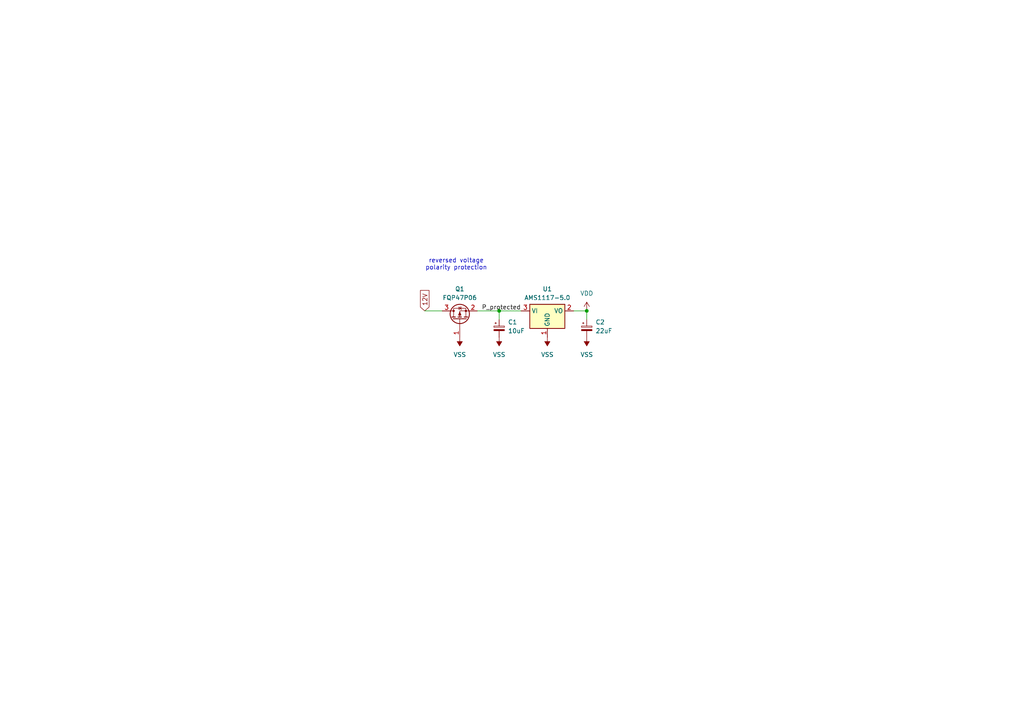
<source format=kicad_sch>
(kicad_sch (version 20250114) (generator "eeschema") (generator_version "9.0")
  (paper "A4")
  (lib_symbols
    (symbol "Device:C_Polarized_Small" (pin_numbers (hide yes)) (pin_names (offset 0.254) (hide yes))
      (property "Reference" "C" (at 0.254 1.778 0))
      (property "Value" "C_Polarized_Small" (at 0.254 -2.032 0))
      (symbol "C_Polarized_Small_0_1"
        (rectangle (start -1.524 0.6858) (end 1.524 0.3048))
        (rectangle (start -1.524 -0.3048) (end 1.524 -0.6858) (fill (type outline)))
        (polyline (pts (xy -1.27 1.524) (xy -0.762 1.524)))
        (polyline (pts (xy -1.016 1.27) (xy -1.016 1.778)))
      )
      (symbol "C_Polarized_Small_1_1"
        (pin passive line (at 0 2.54 270) (length 1.8542) (name "~") (number "1"))
        (pin passive line (at 0 -2.54 90) (length 1.8542) (name "~") (number "2"))
      )
    )
    (symbol "Regulator_Linear:AMS1117-5.0"
      (property "Reference" "U" (at -3.81 3.175 0))
      (property "Value" "AMS1117-5.0" (at 0 3.175 0))
      (symbol "AMS1117-5.0_0_1"
        (rectangle (start -5.08 -5.08) (end 5.08 1.905) (stroke (width 0.254)) (fill (type background)))
      )
      (symbol "AMS1117-5.0_1_1"
        (pin power_in line (at -7.62 0 0) (length 2.54) (name "VI") (number "3"))
        (pin power_in line (at 0 -7.62 90) (length 2.54) (name "GND") (number "1"))
        (pin power_out line (at 7.62 0 180) (length 2.54) (name "VO") (number "2"))
      )
    )
    (symbol "power:VDD" (power) (pin_numbers (hide yes)) (pin_names (offset 0) (hide yes))
      (property "Value" "VDD" (at 0 3.556 0))
      (symbol "VDD_0_1"
        (polyline (pts (xy -0.762 1.27) (xy 0 2.54)))
        (polyline (pts (xy 0 2.54) (xy 0.762 1.27)))
        (polyline (pts (xy 0 0) (xy 0 2.54)))
      )
      (symbol "VDD_1_1"
        (pin power_in line (at 0 0 90) (length 0) (name "~") (number "1"))
      )
    )
    (symbol "power:VSS" (power) (pin_numbers (hide yes)) (pin_names (offset 0) (hide yes))
      (property "Value" "VSS" (at 0 3.556 0))
      (symbol "VSS_0_1"
        (polyline (pts (xy 0 0) (xy 0 2.54)))
        (polyline (pts (xy 0.762 1.27) (xy -0.762 1.27) (xy 0 2.54) (xy 0.762 1.27)) (fill (type outline)))
      )
      (symbol "VSS_1_1"
        (pin power_in line (at 0 0 90) (length 0) (name "~") (number "1"))
      )
    )
    (symbol "user_mosfed_p:FQP47P06" (pin_names (hide yes))
      (property "Reference" "Q" (at 5.08 1.905 0))
      (property "Value" "FQP47P06" (at 5.08 0 0))
      (symbol "FQP47P06_0_1"
        (polyline (pts (xy 0.254 1.905) (xy 0.254 -1.905)) (stroke (width 0.254)))
        (polyline (pts (xy 0.254 0) (xy -2.54 0)))
        (polyline (pts (xy 0.762 2.286) (xy 0.762 1.27)) (stroke (width 0.254)))
        (polyline (pts (xy 0.762 1.778) (xy 3.302 1.778) (xy 3.302 -1.778) (xy 0.762 -1.778)))
        (polyline (pts (xy 0.762 0.508) (xy 0.762 -0.508)) (stroke (width 0.254)))
        (polyline (pts (xy 0.762 -1.27) (xy 0.762 -2.286)) (stroke (width 0.254)))
        (circle (center 1.651 0) (radius 2.794) (stroke (width 0.254)))
        (polyline (pts (xy 2.286 0) (xy 1.27 0.381) (xy 1.27 -0.381) (xy 2.286 0)) (fill (type outline)))
        (polyline (pts (xy 2.54 2.54) (xy 2.54 1.778)))
        (circle (center 2.54 1.778) (radius 0.254) (fill (type outline)))
        (circle (center 2.54 -1.778) (radius 0.254) (fill (type outline)))
        (polyline (pts (xy 2.54 -2.54) (xy 2.54 0) (xy 0.762 0)))
        (polyline (pts (xy 2.794 -0.508) (xy 2.921 -0.381) (xy 3.683 -0.381) (xy 3.81 -0.254)))
        (polyline (pts (xy 3.302 -0.381) (xy 2.921 0.254) (xy 3.683 0.254) (xy 3.302 -0.381)))
      )
      (symbol "FQP47P06_1_1"
        (pin input line (at -5.08 0 0) (length 2.54) (name "G") (number "1"))
        (pin passive line (at 2.54 5.08 270) (length 2.54) (name "s") (number "3"))
        (pin passive line (at 2.54 -5.08 90) (length 2.54) (name "S") (number "2"))
      )
    )
  )
  (text "reversed voltage\npolarity protection" (at 132.334 76.708 0) (effects (font (size 1.27 1.27))))
  (junction (at 144.78 90.17))
  (junction (at 170.18 90.17))
  (wire (pts (xy 123.19 90.17) (xy 128.27 90.17)))
  (wire (pts (xy 144.78 90.17) (xy 151.13 90.17)))
  (wire (pts (xy 170.18 90.17) (xy 166.37 90.17)))
  (wire (pts (xy 170.18 92.71) (xy 170.18 90.17)))
  (wire (pts (xy 144.78 90.17) (xy 144.78 92.71)))
  (wire (pts (xy 138.43 90.17) (xy 144.78 90.17)))
  (label "P_protected" (at 139.7 90.17 0))
  (global_label "12V" (shape input) (at 123.19 90.17 90) (property "Intersheetrefs" "${INTERSHEET_REFS}" (effects (hide yes))))
  (symbol (lib_id "Device:C_Polarized_Small") (at 144.78 95.25 0) (unit 1)
    (property "Reference" "C53" (at 147.32 93.4338 0) (effects (justify left)))
    (property "Value" "10uF" (at 147.32 95.9738 0) (effects (justify left)))
    (property "Footprint" "Capacitor_SMD:CP_Elec_6.3x5.9" (effects (hide yes)))
    (instances (project "power" (path "" (reference "C1") (unit 1))) (project "" (path "" (reference "C53") (unit 1))))
  )
  (symbol (lib_id "power:VSS") (at 170.18 97.79 180) (unit 1)
    (property "Reference" "#PWR0193" (effects (hide yes)))
    (property "Value" "VSS" (at 170.18 102.87 0))
    (property "Description" "Power symbol creates a global label with name \"VSS\"" (effects (hide yes)))
    (instances (project "power" (path "" (reference "#PWR010") (unit 1))) (project "" (path "" (reference "#PWR0193") (unit 1))))
  )
  (symbol (lib_id "Device:C_Polarized_Small") (at 170.18 95.25 0) (unit 1)
    (property "Reference" "C54" (at 172.72 93.4338 0) (effects (justify left)))
    (property "Value" "22uF" (at 172.72 95.9738 0) (effects (justify left)))
    (property "Footprint" "Capacitor_SMD:CP_Elec_5x5.8" (effects (hide yes)))
    (instances (project "power" (path "" (reference "C2") (unit 1))) (project "" (path "" (reference "C54") (unit 1))))
  )
  (symbol (lib_id "power:VSS") (at 144.78 97.79 180) (unit 1)
    (property "Reference" "#PWR0190" (effects (hide yes)))
    (property "Value" "VSS" (at 144.78 102.87 0))
    (property "Description" "Power symbol creates a global label with name \"VSS\"" (effects (hide yes)))
    (instances (project "power" (path "" (reference "#PWR07") (unit 1))) (project "" (path "" (reference "#PWR0190") (unit 1))))
  )
  (symbol (lib_id "user_mosfed_p:FQP47P06") (at 133.35 92.71 90) (unit 1)
    (property "Reference" "Q2" (at 133.35 83.82 90))
    (property "Value" "FQP47P06" (at 133.35 86.36 90))
    (property "Footprint" "Package_TO_SOT_THT:TO-220-3_Vertical" (effects (hide yes)))
    (instances (project "power" (path "" (reference "Q1") (unit 1))) (project "" (path "" (reference "Q2") (unit 1))))
  )
  (symbol (lib_id "power:VSS") (at 133.35 97.79 180) (unit 1)
    (property "Reference" "#PWR0189" (effects (hide yes)))
    (property "Value" "VSS" (at 133.35 102.87 0))
    (property "Description" "Power symbol creates a global label with name \"VSS\"" (effects (hide yes)))
    (instances (project "power" (path "" (reference "#PWR06") (unit 1))) (project "" (path "" (reference "#PWR0189") (unit 1))))
  )
  (symbol (lib_id "Regulator_Linear:AMS1117-5.0") (at 158.75 90.17 0) (unit 1)
    (property "Reference" "U12" (at 158.75 83.82 0))
    (property "Value" "AMS1117-5.0" (at 158.75 86.36 0))
    (property "Footprint" "Package_TO_SOT_SMD:SOT-223-3_TabPin2" (effects (hide yes)))
    (property "Datasheet" "http://www.advanced-monolithic.com/pdf/ds1117.pdf" (effects (hide yes)))
    (property "Description" "1A Low Dropout regulator, positive, 5.0V fixed output, SOT-223" (effects (hide yes)))
    (instances (project "power" (path "" (reference "U1") (unit 1))) (project "" (path "" (reference "U12") (unit 1))))
  )
  (symbol (lib_id "power:VSS") (at 158.75 97.79 180) (unit 1)
    (property "Reference" "#PWR0191" (effects (hide yes)))
    (property "Value" "VSS" (at 158.75 102.87 0))
    (property "Description" "Power symbol creates a global label with name \"VSS\"" (effects (hide yes)))
    (instances (project "power" (path "" (reference "#PWR08") (unit 1))) (project "" (path "" (reference "#PWR0191") (unit 1))))
  )
  (symbol (lib_id "power:VDD") (at 170.18 90.17 0) (unit 1)
    (property "Reference" "#PWR0192" (effects (hide yes)))
    (property "Value" "VDD" (at 170.18 85.09 0))
    (property "Description" "Power symbol creates a global label with name \"VDD\"" (effects (hide yes)))
    (instances (project "power" (path "" (reference "#PWR09") (unit 1))) (project "" (path "" (reference "#PWR0192") (unit 1))))
  )
)
</source>
